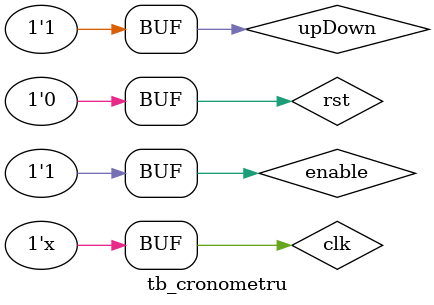
<source format=v>
`timescale 1ns / 1ps


module tb_cronometru(
    );
    
    
    reg upDown,enable,clk;
    reg rst;
    wire [3:0]an;
    wire [7:0]sgm;
    
    top UUT(
        .upDown(upDown),
        .enable(enable),
        .clk(clk),
        .rst(rst),
        .an(an),
        .sgm(sgm)
    );
    
    
    initial
    begin
    clk=0;
    rst=1;
    upDown=1;
    enable=1;
    #10 rst=0;
    end
    
    
    always #1 clk = ~clk;
  
    
   
    
endmodule
</source>
